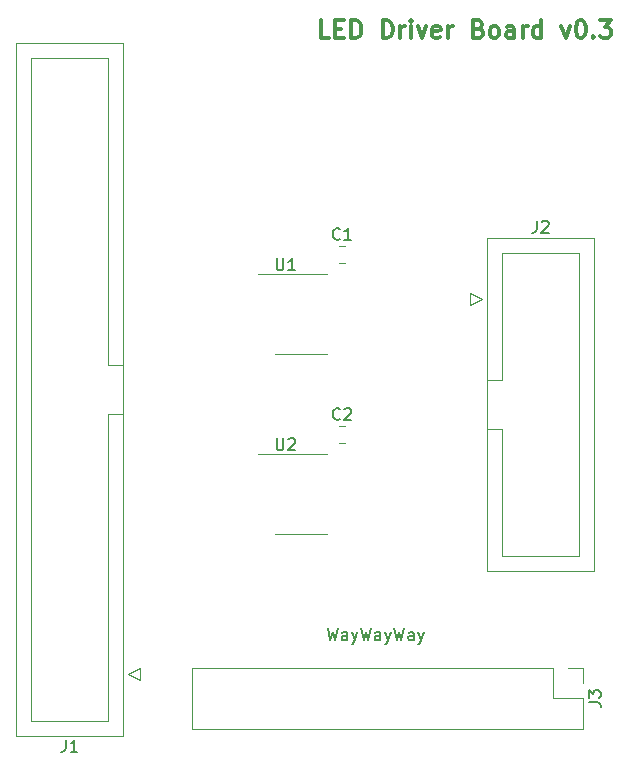
<source format=gbr>
%TF.GenerationSoftware,KiCad,Pcbnew,9.0.5*%
%TF.CreationDate,2025-12-13T23:56:32-06:00*%
%TF.ProjectId,CPE495-LED-Driver-Board,43504534-3935-42d4-9c45-442d44726976,v0.2*%
%TF.SameCoordinates,Original*%
%TF.FileFunction,Legend,Top*%
%TF.FilePolarity,Positive*%
%FSLAX46Y46*%
G04 Gerber Fmt 4.6, Leading zero omitted, Abs format (unit mm)*
G04 Created by KiCad (PCBNEW 9.0.5) date 2025-12-13 23:56:32*
%MOMM*%
%LPD*%
G01*
G04 APERTURE LIST*
%ADD10C,0.300000*%
%ADD11C,0.200000*%
%ADD12C,0.150000*%
%ADD13C,0.120000*%
G04 APERTURE END LIST*
D10*
X178964286Y-71860870D02*
X178250000Y-71860870D01*
X178250000Y-71860870D02*
X178250000Y-70360870D01*
X179464286Y-71075156D02*
X179964286Y-71075156D01*
X180178572Y-71860870D02*
X179464286Y-71860870D01*
X179464286Y-71860870D02*
X179464286Y-70360870D01*
X179464286Y-70360870D02*
X180178572Y-70360870D01*
X180821429Y-71860870D02*
X180821429Y-70360870D01*
X180821429Y-70360870D02*
X181178572Y-70360870D01*
X181178572Y-70360870D02*
X181392858Y-70432299D01*
X181392858Y-70432299D02*
X181535715Y-70575156D01*
X181535715Y-70575156D02*
X181607144Y-70718013D01*
X181607144Y-70718013D02*
X181678572Y-71003727D01*
X181678572Y-71003727D02*
X181678572Y-71218013D01*
X181678572Y-71218013D02*
X181607144Y-71503727D01*
X181607144Y-71503727D02*
X181535715Y-71646584D01*
X181535715Y-71646584D02*
X181392858Y-71789442D01*
X181392858Y-71789442D02*
X181178572Y-71860870D01*
X181178572Y-71860870D02*
X180821429Y-71860870D01*
X183464286Y-71860870D02*
X183464286Y-70360870D01*
X183464286Y-70360870D02*
X183821429Y-70360870D01*
X183821429Y-70360870D02*
X184035715Y-70432299D01*
X184035715Y-70432299D02*
X184178572Y-70575156D01*
X184178572Y-70575156D02*
X184250001Y-70718013D01*
X184250001Y-70718013D02*
X184321429Y-71003727D01*
X184321429Y-71003727D02*
X184321429Y-71218013D01*
X184321429Y-71218013D02*
X184250001Y-71503727D01*
X184250001Y-71503727D02*
X184178572Y-71646584D01*
X184178572Y-71646584D02*
X184035715Y-71789442D01*
X184035715Y-71789442D02*
X183821429Y-71860870D01*
X183821429Y-71860870D02*
X183464286Y-71860870D01*
X184964286Y-71860870D02*
X184964286Y-70860870D01*
X184964286Y-71146584D02*
X185035715Y-71003727D01*
X185035715Y-71003727D02*
X185107144Y-70932299D01*
X185107144Y-70932299D02*
X185250001Y-70860870D01*
X185250001Y-70860870D02*
X185392858Y-70860870D01*
X185892857Y-71860870D02*
X185892857Y-70860870D01*
X185892857Y-70360870D02*
X185821429Y-70432299D01*
X185821429Y-70432299D02*
X185892857Y-70503727D01*
X185892857Y-70503727D02*
X185964286Y-70432299D01*
X185964286Y-70432299D02*
X185892857Y-70360870D01*
X185892857Y-70360870D02*
X185892857Y-70503727D01*
X186464286Y-70860870D02*
X186821429Y-71860870D01*
X186821429Y-71860870D02*
X187178572Y-70860870D01*
X188321429Y-71789442D02*
X188178572Y-71860870D01*
X188178572Y-71860870D02*
X187892858Y-71860870D01*
X187892858Y-71860870D02*
X187750000Y-71789442D01*
X187750000Y-71789442D02*
X187678572Y-71646584D01*
X187678572Y-71646584D02*
X187678572Y-71075156D01*
X187678572Y-71075156D02*
X187750000Y-70932299D01*
X187750000Y-70932299D02*
X187892858Y-70860870D01*
X187892858Y-70860870D02*
X188178572Y-70860870D01*
X188178572Y-70860870D02*
X188321429Y-70932299D01*
X188321429Y-70932299D02*
X188392858Y-71075156D01*
X188392858Y-71075156D02*
X188392858Y-71218013D01*
X188392858Y-71218013D02*
X187678572Y-71360870D01*
X189035714Y-71860870D02*
X189035714Y-70860870D01*
X189035714Y-71146584D02*
X189107143Y-71003727D01*
X189107143Y-71003727D02*
X189178572Y-70932299D01*
X189178572Y-70932299D02*
X189321429Y-70860870D01*
X189321429Y-70860870D02*
X189464286Y-70860870D01*
X191607142Y-71075156D02*
X191821428Y-71146584D01*
X191821428Y-71146584D02*
X191892857Y-71218013D01*
X191892857Y-71218013D02*
X191964285Y-71360870D01*
X191964285Y-71360870D02*
X191964285Y-71575156D01*
X191964285Y-71575156D02*
X191892857Y-71718013D01*
X191892857Y-71718013D02*
X191821428Y-71789442D01*
X191821428Y-71789442D02*
X191678571Y-71860870D01*
X191678571Y-71860870D02*
X191107142Y-71860870D01*
X191107142Y-71860870D02*
X191107142Y-70360870D01*
X191107142Y-70360870D02*
X191607142Y-70360870D01*
X191607142Y-70360870D02*
X191750000Y-70432299D01*
X191750000Y-70432299D02*
X191821428Y-70503727D01*
X191821428Y-70503727D02*
X191892857Y-70646584D01*
X191892857Y-70646584D02*
X191892857Y-70789442D01*
X191892857Y-70789442D02*
X191821428Y-70932299D01*
X191821428Y-70932299D02*
X191750000Y-71003727D01*
X191750000Y-71003727D02*
X191607142Y-71075156D01*
X191607142Y-71075156D02*
X191107142Y-71075156D01*
X192821428Y-71860870D02*
X192678571Y-71789442D01*
X192678571Y-71789442D02*
X192607142Y-71718013D01*
X192607142Y-71718013D02*
X192535714Y-71575156D01*
X192535714Y-71575156D02*
X192535714Y-71146584D01*
X192535714Y-71146584D02*
X192607142Y-71003727D01*
X192607142Y-71003727D02*
X192678571Y-70932299D01*
X192678571Y-70932299D02*
X192821428Y-70860870D01*
X192821428Y-70860870D02*
X193035714Y-70860870D01*
X193035714Y-70860870D02*
X193178571Y-70932299D01*
X193178571Y-70932299D02*
X193250000Y-71003727D01*
X193250000Y-71003727D02*
X193321428Y-71146584D01*
X193321428Y-71146584D02*
X193321428Y-71575156D01*
X193321428Y-71575156D02*
X193250000Y-71718013D01*
X193250000Y-71718013D02*
X193178571Y-71789442D01*
X193178571Y-71789442D02*
X193035714Y-71860870D01*
X193035714Y-71860870D02*
X192821428Y-71860870D01*
X194607143Y-71860870D02*
X194607143Y-71075156D01*
X194607143Y-71075156D02*
X194535714Y-70932299D01*
X194535714Y-70932299D02*
X194392857Y-70860870D01*
X194392857Y-70860870D02*
X194107143Y-70860870D01*
X194107143Y-70860870D02*
X193964285Y-70932299D01*
X194607143Y-71789442D02*
X194464285Y-71860870D01*
X194464285Y-71860870D02*
X194107143Y-71860870D01*
X194107143Y-71860870D02*
X193964285Y-71789442D01*
X193964285Y-71789442D02*
X193892857Y-71646584D01*
X193892857Y-71646584D02*
X193892857Y-71503727D01*
X193892857Y-71503727D02*
X193964285Y-71360870D01*
X193964285Y-71360870D02*
X194107143Y-71289442D01*
X194107143Y-71289442D02*
X194464285Y-71289442D01*
X194464285Y-71289442D02*
X194607143Y-71218013D01*
X195321428Y-71860870D02*
X195321428Y-70860870D01*
X195321428Y-71146584D02*
X195392857Y-71003727D01*
X195392857Y-71003727D02*
X195464286Y-70932299D01*
X195464286Y-70932299D02*
X195607143Y-70860870D01*
X195607143Y-70860870D02*
X195750000Y-70860870D01*
X196892857Y-71860870D02*
X196892857Y-70360870D01*
X196892857Y-71789442D02*
X196749999Y-71860870D01*
X196749999Y-71860870D02*
X196464285Y-71860870D01*
X196464285Y-71860870D02*
X196321428Y-71789442D01*
X196321428Y-71789442D02*
X196249999Y-71718013D01*
X196249999Y-71718013D02*
X196178571Y-71575156D01*
X196178571Y-71575156D02*
X196178571Y-71146584D01*
X196178571Y-71146584D02*
X196249999Y-71003727D01*
X196249999Y-71003727D02*
X196321428Y-70932299D01*
X196321428Y-70932299D02*
X196464285Y-70860870D01*
X196464285Y-70860870D02*
X196749999Y-70860870D01*
X196749999Y-70860870D02*
X196892857Y-70932299D01*
X198607142Y-70860870D02*
X198964285Y-71860870D01*
X198964285Y-71860870D02*
X199321428Y-70860870D01*
X200178571Y-70360870D02*
X200321428Y-70360870D01*
X200321428Y-70360870D02*
X200464285Y-70432299D01*
X200464285Y-70432299D02*
X200535714Y-70503727D01*
X200535714Y-70503727D02*
X200607142Y-70646584D01*
X200607142Y-70646584D02*
X200678571Y-70932299D01*
X200678571Y-70932299D02*
X200678571Y-71289442D01*
X200678571Y-71289442D02*
X200607142Y-71575156D01*
X200607142Y-71575156D02*
X200535714Y-71718013D01*
X200535714Y-71718013D02*
X200464285Y-71789442D01*
X200464285Y-71789442D02*
X200321428Y-71860870D01*
X200321428Y-71860870D02*
X200178571Y-71860870D01*
X200178571Y-71860870D02*
X200035714Y-71789442D01*
X200035714Y-71789442D02*
X199964285Y-71718013D01*
X199964285Y-71718013D02*
X199892856Y-71575156D01*
X199892856Y-71575156D02*
X199821428Y-71289442D01*
X199821428Y-71289442D02*
X199821428Y-70932299D01*
X199821428Y-70932299D02*
X199892856Y-70646584D01*
X199892856Y-70646584D02*
X199964285Y-70503727D01*
X199964285Y-70503727D02*
X200035714Y-70432299D01*
X200035714Y-70432299D02*
X200178571Y-70360870D01*
X201321427Y-71718013D02*
X201392856Y-71789442D01*
X201392856Y-71789442D02*
X201321427Y-71860870D01*
X201321427Y-71860870D02*
X201249999Y-71789442D01*
X201249999Y-71789442D02*
X201321427Y-71718013D01*
X201321427Y-71718013D02*
X201321427Y-71860870D01*
X201892856Y-70360870D02*
X202821428Y-70360870D01*
X202821428Y-70360870D02*
X202321428Y-70932299D01*
X202321428Y-70932299D02*
X202535713Y-70932299D01*
X202535713Y-70932299D02*
X202678571Y-71003727D01*
X202678571Y-71003727D02*
X202749999Y-71075156D01*
X202749999Y-71075156D02*
X202821428Y-71218013D01*
X202821428Y-71218013D02*
X202821428Y-71575156D01*
X202821428Y-71575156D02*
X202749999Y-71718013D01*
X202749999Y-71718013D02*
X202678571Y-71789442D01*
X202678571Y-71789442D02*
X202535713Y-71860870D01*
X202535713Y-71860870D02*
X202107142Y-71860870D01*
X202107142Y-71860870D02*
X201964285Y-71789442D01*
X201964285Y-71789442D02*
X201892856Y-71718013D01*
D11*
X178808571Y-121837247D02*
X179046666Y-122837247D01*
X179046666Y-122837247D02*
X179237142Y-122122961D01*
X179237142Y-122122961D02*
X179427618Y-122837247D01*
X179427618Y-122837247D02*
X179665714Y-121837247D01*
X180475237Y-122837247D02*
X180475237Y-122313437D01*
X180475237Y-122313437D02*
X180427618Y-122218199D01*
X180427618Y-122218199D02*
X180332380Y-122170580D01*
X180332380Y-122170580D02*
X180141904Y-122170580D01*
X180141904Y-122170580D02*
X180046666Y-122218199D01*
X180475237Y-122789628D02*
X180379999Y-122837247D01*
X180379999Y-122837247D02*
X180141904Y-122837247D01*
X180141904Y-122837247D02*
X180046666Y-122789628D01*
X180046666Y-122789628D02*
X179999047Y-122694389D01*
X179999047Y-122694389D02*
X179999047Y-122599151D01*
X179999047Y-122599151D02*
X180046666Y-122503913D01*
X180046666Y-122503913D02*
X180141904Y-122456294D01*
X180141904Y-122456294D02*
X180379999Y-122456294D01*
X180379999Y-122456294D02*
X180475237Y-122408675D01*
X180856190Y-122170580D02*
X181094285Y-122837247D01*
X181332380Y-122170580D02*
X181094285Y-122837247D01*
X181094285Y-122837247D02*
X180999047Y-123075342D01*
X180999047Y-123075342D02*
X180951428Y-123122961D01*
X180951428Y-123122961D02*
X180856190Y-123170580D01*
X181618095Y-121837247D02*
X181856190Y-122837247D01*
X181856190Y-122837247D02*
X182046666Y-122122961D01*
X182046666Y-122122961D02*
X182237142Y-122837247D01*
X182237142Y-122837247D02*
X182475238Y-121837247D01*
X183284761Y-122837247D02*
X183284761Y-122313437D01*
X183284761Y-122313437D02*
X183237142Y-122218199D01*
X183237142Y-122218199D02*
X183141904Y-122170580D01*
X183141904Y-122170580D02*
X182951428Y-122170580D01*
X182951428Y-122170580D02*
X182856190Y-122218199D01*
X183284761Y-122789628D02*
X183189523Y-122837247D01*
X183189523Y-122837247D02*
X182951428Y-122837247D01*
X182951428Y-122837247D02*
X182856190Y-122789628D01*
X182856190Y-122789628D02*
X182808571Y-122694389D01*
X182808571Y-122694389D02*
X182808571Y-122599151D01*
X182808571Y-122599151D02*
X182856190Y-122503913D01*
X182856190Y-122503913D02*
X182951428Y-122456294D01*
X182951428Y-122456294D02*
X183189523Y-122456294D01*
X183189523Y-122456294D02*
X183284761Y-122408675D01*
X183665714Y-122170580D02*
X183903809Y-122837247D01*
X184141904Y-122170580D02*
X183903809Y-122837247D01*
X183903809Y-122837247D02*
X183808571Y-123075342D01*
X183808571Y-123075342D02*
X183760952Y-123122961D01*
X183760952Y-123122961D02*
X183665714Y-123170580D01*
X184427619Y-121837247D02*
X184665714Y-122837247D01*
X184665714Y-122837247D02*
X184856190Y-122122961D01*
X184856190Y-122122961D02*
X185046666Y-122837247D01*
X185046666Y-122837247D02*
X185284762Y-121837247D01*
X186094285Y-122837247D02*
X186094285Y-122313437D01*
X186094285Y-122313437D02*
X186046666Y-122218199D01*
X186046666Y-122218199D02*
X185951428Y-122170580D01*
X185951428Y-122170580D02*
X185760952Y-122170580D01*
X185760952Y-122170580D02*
X185665714Y-122218199D01*
X186094285Y-122789628D02*
X185999047Y-122837247D01*
X185999047Y-122837247D02*
X185760952Y-122837247D01*
X185760952Y-122837247D02*
X185665714Y-122789628D01*
X185665714Y-122789628D02*
X185618095Y-122694389D01*
X185618095Y-122694389D02*
X185618095Y-122599151D01*
X185618095Y-122599151D02*
X185665714Y-122503913D01*
X185665714Y-122503913D02*
X185760952Y-122456294D01*
X185760952Y-122456294D02*
X185999047Y-122456294D01*
X185999047Y-122456294D02*
X186094285Y-122408675D01*
X186475238Y-122170580D02*
X186713333Y-122837247D01*
X186951428Y-122170580D02*
X186713333Y-122837247D01*
X186713333Y-122837247D02*
X186618095Y-123075342D01*
X186618095Y-123075342D02*
X186570476Y-123122961D01*
X186570476Y-123122961D02*
X186475238Y-123170580D01*
D12*
X174498095Y-90504819D02*
X174498095Y-91314342D01*
X174498095Y-91314342D02*
X174545714Y-91409580D01*
X174545714Y-91409580D02*
X174593333Y-91457200D01*
X174593333Y-91457200D02*
X174688571Y-91504819D01*
X174688571Y-91504819D02*
X174879047Y-91504819D01*
X174879047Y-91504819D02*
X174974285Y-91457200D01*
X174974285Y-91457200D02*
X175021904Y-91409580D01*
X175021904Y-91409580D02*
X175069523Y-91314342D01*
X175069523Y-91314342D02*
X175069523Y-90504819D01*
X176069523Y-91504819D02*
X175498095Y-91504819D01*
X175783809Y-91504819D02*
X175783809Y-90504819D01*
X175783809Y-90504819D02*
X175688571Y-90647676D01*
X175688571Y-90647676D02*
X175593333Y-90742914D01*
X175593333Y-90742914D02*
X175498095Y-90790533D01*
X179853333Y-104089580D02*
X179805714Y-104137200D01*
X179805714Y-104137200D02*
X179662857Y-104184819D01*
X179662857Y-104184819D02*
X179567619Y-104184819D01*
X179567619Y-104184819D02*
X179424762Y-104137200D01*
X179424762Y-104137200D02*
X179329524Y-104041961D01*
X179329524Y-104041961D02*
X179281905Y-103946723D01*
X179281905Y-103946723D02*
X179234286Y-103756247D01*
X179234286Y-103756247D02*
X179234286Y-103613390D01*
X179234286Y-103613390D02*
X179281905Y-103422914D01*
X179281905Y-103422914D02*
X179329524Y-103327676D01*
X179329524Y-103327676D02*
X179424762Y-103232438D01*
X179424762Y-103232438D02*
X179567619Y-103184819D01*
X179567619Y-103184819D02*
X179662857Y-103184819D01*
X179662857Y-103184819D02*
X179805714Y-103232438D01*
X179805714Y-103232438D02*
X179853333Y-103280057D01*
X180234286Y-103280057D02*
X180281905Y-103232438D01*
X180281905Y-103232438D02*
X180377143Y-103184819D01*
X180377143Y-103184819D02*
X180615238Y-103184819D01*
X180615238Y-103184819D02*
X180710476Y-103232438D01*
X180710476Y-103232438D02*
X180758095Y-103280057D01*
X180758095Y-103280057D02*
X180805714Y-103375295D01*
X180805714Y-103375295D02*
X180805714Y-103470533D01*
X180805714Y-103470533D02*
X180758095Y-103613390D01*
X180758095Y-103613390D02*
X180186667Y-104184819D01*
X180186667Y-104184819D02*
X180805714Y-104184819D01*
X200920819Y-128095333D02*
X201635104Y-128095333D01*
X201635104Y-128095333D02*
X201777961Y-128142952D01*
X201777961Y-128142952D02*
X201873200Y-128238190D01*
X201873200Y-128238190D02*
X201920819Y-128381047D01*
X201920819Y-128381047D02*
X201920819Y-128476285D01*
X200920819Y-127714380D02*
X200920819Y-127095333D01*
X200920819Y-127095333D02*
X201301771Y-127428666D01*
X201301771Y-127428666D02*
X201301771Y-127285809D01*
X201301771Y-127285809D02*
X201349390Y-127190571D01*
X201349390Y-127190571D02*
X201397009Y-127142952D01*
X201397009Y-127142952D02*
X201492247Y-127095333D01*
X201492247Y-127095333D02*
X201730342Y-127095333D01*
X201730342Y-127095333D02*
X201825580Y-127142952D01*
X201825580Y-127142952D02*
X201873200Y-127190571D01*
X201873200Y-127190571D02*
X201920819Y-127285809D01*
X201920819Y-127285809D02*
X201920819Y-127571523D01*
X201920819Y-127571523D02*
X201873200Y-127666761D01*
X201873200Y-127666761D02*
X201825580Y-127714380D01*
X156629166Y-131284819D02*
X156629166Y-131999104D01*
X156629166Y-131999104D02*
X156581547Y-132141961D01*
X156581547Y-132141961D02*
X156486309Y-132237200D01*
X156486309Y-132237200D02*
X156343452Y-132284819D01*
X156343452Y-132284819D02*
X156248214Y-132284819D01*
X157629166Y-132284819D02*
X157057738Y-132284819D01*
X157343452Y-132284819D02*
X157343452Y-131284819D01*
X157343452Y-131284819D02*
X157248214Y-131427676D01*
X157248214Y-131427676D02*
X157152976Y-131522914D01*
X157152976Y-131522914D02*
X157057738Y-131570533D01*
X174498095Y-105744819D02*
X174498095Y-106554342D01*
X174498095Y-106554342D02*
X174545714Y-106649580D01*
X174545714Y-106649580D02*
X174593333Y-106697200D01*
X174593333Y-106697200D02*
X174688571Y-106744819D01*
X174688571Y-106744819D02*
X174879047Y-106744819D01*
X174879047Y-106744819D02*
X174974285Y-106697200D01*
X174974285Y-106697200D02*
X175021904Y-106649580D01*
X175021904Y-106649580D02*
X175069523Y-106554342D01*
X175069523Y-106554342D02*
X175069523Y-105744819D01*
X175498095Y-105840057D02*
X175545714Y-105792438D01*
X175545714Y-105792438D02*
X175640952Y-105744819D01*
X175640952Y-105744819D02*
X175879047Y-105744819D01*
X175879047Y-105744819D02*
X175974285Y-105792438D01*
X175974285Y-105792438D02*
X176021904Y-105840057D01*
X176021904Y-105840057D02*
X176069523Y-105935295D01*
X176069523Y-105935295D02*
X176069523Y-106030533D01*
X176069523Y-106030533D02*
X176021904Y-106173390D01*
X176021904Y-106173390D02*
X175450476Y-106744819D01*
X175450476Y-106744819D02*
X176069523Y-106744819D01*
X179853333Y-88849580D02*
X179805714Y-88897200D01*
X179805714Y-88897200D02*
X179662857Y-88944819D01*
X179662857Y-88944819D02*
X179567619Y-88944819D01*
X179567619Y-88944819D02*
X179424762Y-88897200D01*
X179424762Y-88897200D02*
X179329524Y-88801961D01*
X179329524Y-88801961D02*
X179281905Y-88706723D01*
X179281905Y-88706723D02*
X179234286Y-88516247D01*
X179234286Y-88516247D02*
X179234286Y-88373390D01*
X179234286Y-88373390D02*
X179281905Y-88182914D01*
X179281905Y-88182914D02*
X179329524Y-88087676D01*
X179329524Y-88087676D02*
X179424762Y-87992438D01*
X179424762Y-87992438D02*
X179567619Y-87944819D01*
X179567619Y-87944819D02*
X179662857Y-87944819D01*
X179662857Y-87944819D02*
X179805714Y-87992438D01*
X179805714Y-87992438D02*
X179853333Y-88040057D01*
X180805714Y-88944819D02*
X180234286Y-88944819D01*
X180520000Y-88944819D02*
X180520000Y-87944819D01*
X180520000Y-87944819D02*
X180424762Y-88087676D01*
X180424762Y-88087676D02*
X180329524Y-88182914D01*
X180329524Y-88182914D02*
X180234286Y-88230533D01*
X196516666Y-87334819D02*
X196516666Y-88049104D01*
X196516666Y-88049104D02*
X196469047Y-88191961D01*
X196469047Y-88191961D02*
X196373809Y-88287200D01*
X196373809Y-88287200D02*
X196230952Y-88334819D01*
X196230952Y-88334819D02*
X196135714Y-88334819D01*
X196945238Y-87430057D02*
X196992857Y-87382438D01*
X196992857Y-87382438D02*
X197088095Y-87334819D01*
X197088095Y-87334819D02*
X197326190Y-87334819D01*
X197326190Y-87334819D02*
X197421428Y-87382438D01*
X197421428Y-87382438D02*
X197469047Y-87430057D01*
X197469047Y-87430057D02*
X197516666Y-87525295D01*
X197516666Y-87525295D02*
X197516666Y-87620533D01*
X197516666Y-87620533D02*
X197469047Y-87763390D01*
X197469047Y-87763390D02*
X196897619Y-88334819D01*
X196897619Y-88334819D02*
X197516666Y-88334819D01*
D13*
%TO.C,U1*%
X176530000Y-91865000D02*
X172930000Y-91865000D01*
X176530000Y-91865000D02*
X178730000Y-91865000D01*
X176530000Y-98635000D02*
X174330000Y-98635000D01*
X176530000Y-98635000D02*
X178730000Y-98635000D01*
%TO.C,C2*%
X179758748Y-104675000D02*
X180281252Y-104675000D01*
X179758748Y-106145000D02*
X180281252Y-106145000D01*
%TO.C,J3*%
X167326000Y-125162000D02*
X167326000Y-130362000D01*
X197866000Y-125162000D02*
X167326000Y-125162000D01*
X197866000Y-125162000D02*
X197866000Y-127762000D01*
X197866000Y-127762000D02*
X200466000Y-127762000D01*
X199136000Y-125162000D02*
X200466000Y-125162000D01*
X200466000Y-125162000D02*
X200466000Y-126492000D01*
X200466000Y-127762000D02*
X200466000Y-130362000D01*
X200466000Y-130362000D02*
X167326000Y-130362000D01*
%TO.C,J1*%
X152402500Y-72260000D02*
X161522500Y-72260000D01*
X152402500Y-130940000D02*
X152402500Y-72260000D01*
X153712500Y-73560000D02*
X160212500Y-73560000D01*
X153712500Y-129640000D02*
X153712500Y-73560000D01*
X160212500Y-73560000D02*
X160212500Y-99550000D01*
X160212500Y-99550000D02*
X160212500Y-99550000D01*
X160212500Y-99550000D02*
X161522500Y-99550000D01*
X160212500Y-103650000D02*
X160212500Y-129640000D01*
X160212500Y-129640000D02*
X153712500Y-129640000D01*
X161522500Y-72260000D02*
X161522500Y-130940000D01*
X161522500Y-103650000D02*
X160212500Y-103650000D01*
X161522500Y-130940000D02*
X152402500Y-130940000D01*
X161912500Y-125730000D02*
X162912500Y-126230000D01*
X162912500Y-125230000D02*
X161912500Y-125730000D01*
X162912500Y-126230000D02*
X162912500Y-125230000D01*
%TO.C,U2*%
X176530000Y-107105000D02*
X172930000Y-107105000D01*
X176530000Y-107105000D02*
X178730000Y-107105000D01*
X176530000Y-113875000D02*
X174330000Y-113875000D01*
X176530000Y-113875000D02*
X178730000Y-113875000D01*
%TO.C,C1*%
X179758748Y-89435000D02*
X180281252Y-89435000D01*
X179758748Y-90905000D02*
X180281252Y-90905000D01*
%TO.C,J2*%
X190900000Y-93480000D02*
X190900000Y-94480000D01*
X190900000Y-94480000D02*
X191900000Y-93980000D01*
X191900000Y-93980000D02*
X190900000Y-93480000D01*
X192290000Y-88770000D02*
X201410000Y-88770000D01*
X192290000Y-100820000D02*
X193600000Y-100820000D01*
X192290000Y-116970000D02*
X192290000Y-88770000D01*
X193600000Y-90070000D02*
X200100000Y-90070000D01*
X193600000Y-100820000D02*
X193600000Y-90070000D01*
X193600000Y-104920000D02*
X192290000Y-104920000D01*
X193600000Y-104920000D02*
X193600000Y-104920000D01*
X193600000Y-115670000D02*
X193600000Y-104920000D01*
X200100000Y-90070000D02*
X200100000Y-115670000D01*
X200100000Y-115670000D02*
X193600000Y-115670000D01*
X201410000Y-88770000D02*
X201410000Y-116970000D01*
X201410000Y-116970000D02*
X192290000Y-116970000D01*
%TD*%
M02*

</source>
